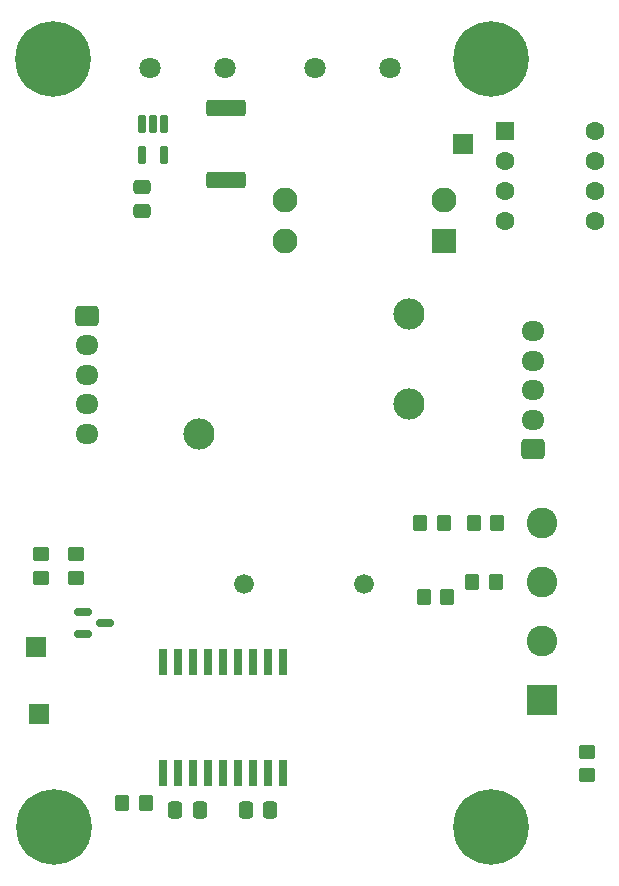
<source format=gbs>
G04 #@! TF.GenerationSoftware,KiCad,Pcbnew,8.0.2+dfsg-1*
G04 #@! TF.CreationDate,2024-06-12T08:48:23-04:00*
G04 #@! TF.ProjectId,relay_board,72656c61-795f-4626-9f61-72642e6b6963,rev?*
G04 #@! TF.SameCoordinates,Original*
G04 #@! TF.FileFunction,Soldermask,Bot*
G04 #@! TF.FilePolarity,Negative*
%FSLAX46Y46*%
G04 Gerber Fmt 4.6, Leading zero omitted, Abs format (unit mm)*
G04 Created by KiCad (PCBNEW 8.0.2+dfsg-1) date 2024-06-12 08:48:23*
%MOMM*%
%LPD*%
G01*
G04 APERTURE LIST*
G04 Aperture macros list*
%AMRoundRect*
0 Rectangle with rounded corners*
0 $1 Rounding radius*
0 $2 $3 $4 $5 $6 $7 $8 $9 X,Y pos of 4 corners*
0 Add a 4 corners polygon primitive as box body*
4,1,4,$2,$3,$4,$5,$6,$7,$8,$9,$2,$3,0*
0 Add four circle primitives for the rounded corners*
1,1,$1+$1,$2,$3*
1,1,$1+$1,$4,$5*
1,1,$1+$1,$6,$7*
1,1,$1+$1,$8,$9*
0 Add four rect primitives between the rounded corners*
20,1,$1+$1,$2,$3,$4,$5,0*
20,1,$1+$1,$4,$5,$6,$7,0*
20,1,$1+$1,$6,$7,$8,$9,0*
20,1,$1+$1,$8,$9,$2,$3,0*%
G04 Aperture macros list end*
%ADD10C,6.400000*%
%ADD11R,2.108200X2.108200*%
%ADD12C,2.108200*%
%ADD13R,1.600000X1.600000*%
%ADD14C,1.600000*%
%ADD15RoundRect,0.250000X-0.725000X0.600000X-0.725000X-0.600000X0.725000X-0.600000X0.725000X0.600000X0*%
%ADD16O,1.950000X1.700000*%
%ADD17RoundRect,0.250000X0.725000X-0.600000X0.725000X0.600000X-0.725000X0.600000X-0.725000X-0.600000X0*%
%ADD18R,1.700000X1.700000*%
%ADD19C,1.803400*%
%ADD20R,2.600000X2.600000*%
%ADD21C,2.600000*%
%ADD22C,2.641600*%
%ADD23C,1.676400*%
%ADD24RoundRect,0.249999X1.425001X-0.450001X1.425001X0.450001X-1.425001X0.450001X-1.425001X-0.450001X0*%
%ADD25RoundRect,0.162500X-0.162500X0.617500X-0.162500X-0.617500X0.162500X-0.617500X0.162500X0.617500X0*%
%ADD26RoundRect,0.250000X0.337500X0.475000X-0.337500X0.475000X-0.337500X-0.475000X0.337500X-0.475000X0*%
%ADD27RoundRect,0.250000X0.450000X-0.350000X0.450000X0.350000X-0.450000X0.350000X-0.450000X-0.350000X0*%
%ADD28RoundRect,0.250000X0.350000X0.450000X-0.350000X0.450000X-0.350000X-0.450000X0.350000X-0.450000X0*%
%ADD29RoundRect,0.150000X-0.587500X-0.150000X0.587500X-0.150000X0.587500X0.150000X-0.587500X0.150000X0*%
%ADD30RoundRect,0.070000X-0.300000X-1.000000X0.300000X-1.000000X0.300000X1.000000X-0.300000X1.000000X0*%
%ADD31RoundRect,0.250000X-0.450000X0.350000X-0.450000X-0.350000X0.450000X-0.350000X0.450000X0.350000X0*%
%ADD32RoundRect,0.250000X0.475000X-0.337500X0.475000X0.337500X-0.475000X0.337500X-0.475000X-0.337500X0*%
G04 APERTURE END LIST*
D10*
X171069000Y-138938000D03*
D11*
X167157400Y-89281000D03*
D12*
X167157400Y-85877400D03*
X153695400Y-89281000D03*
X153695400Y-85877400D03*
D10*
X133985000Y-73914000D03*
D13*
X172313600Y-80020000D03*
D14*
X172313600Y-82560000D03*
X172313600Y-85100000D03*
X172313600Y-87640000D03*
X179933600Y-87640000D03*
X179933600Y-85100000D03*
X179933600Y-82560000D03*
X179933600Y-80020000D03*
D10*
X134112000Y-138938000D03*
D15*
X136876400Y-95634800D03*
D16*
X136876400Y-98134800D03*
X136876400Y-100634800D03*
X136876400Y-103134800D03*
X136876400Y-105634800D03*
D17*
X174701200Y-106934000D03*
D16*
X174701200Y-104434000D03*
X174701200Y-101934000D03*
X174701200Y-99434000D03*
X174701200Y-96934000D03*
D18*
X168706800Y-81076800D03*
D10*
X171069000Y-73914000D03*
D18*
X132842000Y-129336800D03*
D19*
X142265400Y-74677001D03*
X148615400Y-74677001D03*
D18*
X132588000Y-123647200D03*
D20*
X175395000Y-128150000D03*
D21*
X175395000Y-123150000D03*
X175395000Y-118150000D03*
X175395000Y-113150000D03*
D19*
X156235400Y-74677001D03*
X162585400Y-74677001D03*
D22*
X146354800Y-105613200D03*
X164134800Y-103073200D03*
D23*
X160324800Y-118313200D03*
X150164800Y-118313200D03*
D22*
X164134800Y-95453200D03*
D24*
X148640800Y-84177600D03*
X148640800Y-78077600D03*
D25*
X141544000Y-79371200D03*
X142494000Y-79371200D03*
X143444000Y-79371200D03*
X143444000Y-82071200D03*
X141544000Y-82071200D03*
D26*
X152421500Y-137464800D03*
X150346500Y-137464800D03*
D27*
X132990800Y-117840000D03*
X132990800Y-115840000D03*
X135940800Y-117840000D03*
X135940800Y-115840000D03*
D28*
X141868400Y-136906000D03*
X139868400Y-136906000D03*
X171637200Y-113182400D03*
X169637200Y-113182400D03*
D26*
X146427100Y-137464800D03*
X144352100Y-137464800D03*
D29*
X136550400Y-122600800D03*
X136550400Y-120700800D03*
X138425400Y-121650800D03*
D30*
X143357600Y-124992400D03*
X144627600Y-124992400D03*
X145897600Y-124992400D03*
X147167600Y-124992400D03*
X148437600Y-124992400D03*
X149707600Y-124992400D03*
X150977600Y-124992400D03*
X152247600Y-124992400D03*
X153517600Y-124992400D03*
X153517600Y-134392400D03*
X152247600Y-134392400D03*
X150977600Y-134392400D03*
X149707600Y-134392400D03*
X148437600Y-134392400D03*
X147167600Y-134392400D03*
X145897600Y-134392400D03*
X144627600Y-134392400D03*
X143357600Y-134392400D03*
D31*
X179273200Y-132553200D03*
X179273200Y-134553200D03*
D28*
X171535600Y-118160800D03*
X169535600Y-118160800D03*
D32*
X141528800Y-86787900D03*
X141528800Y-84712900D03*
D28*
X167420800Y-119430800D03*
X165420800Y-119430800D03*
X167116000Y-113182400D03*
X165116000Y-113182400D03*
M02*

</source>
